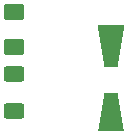
<source format=gbr>
%TF.GenerationSoftware,KiCad,Pcbnew,8.0.5*%
%TF.CreationDate,2024-10-20T11:11:32-05:00*%
%TF.ProjectId,Banana to USB-C Adapter v3,42616e61-6e61-4207-946f-205553422d43,2*%
%TF.SameCoordinates,Original*%
%TF.FileFunction,Paste,Bot*%
%TF.FilePolarity,Positive*%
%FSLAX46Y46*%
G04 Gerber Fmt 4.6, Leading zero omitted, Abs format (unit mm)*
G04 Created by KiCad (PCBNEW 8.0.5) date 2024-10-20 11:11:32*
%MOMM*%
%LPD*%
G01*
G04 APERTURE LIST*
G04 Aperture macros list*
%AMRoundRect*
0 Rectangle with rounded corners*
0 $1 Rounding radius*
0 $2 $3 $4 $5 $6 $7 $8 $9 X,Y pos of 4 corners*
0 Add a 4 corners polygon primitive as box body*
4,1,4,$2,$3,$4,$5,$6,$7,$8,$9,$2,$3,0*
0 Add four circle primitives for the rounded corners*
1,1,$1+$1,$2,$3*
1,1,$1+$1,$4,$5*
1,1,$1+$1,$6,$7*
1,1,$1+$1,$8,$9*
0 Add four rect primitives between the rounded corners*
20,1,$1+$1,$2,$3,$4,$5,0*
20,1,$1+$1,$4,$5,$6,$7,0*
20,1,$1+$1,$6,$7,$8,$9,0*
20,1,$1+$1,$8,$9,$2,$3,0*%
%AMOutline4P*
0 Free polygon, 4 corners , with rotation*
0 The origin of the aperture is its center*
0 number of corners: always 4*
0 $1 to $8 corner X, Y*
0 $9 Rotation angle, in degrees counterclockwise*
0 create outline with 4 corners*
4,1,4,$1,$2,$3,$4,$5,$6,$7,$8,$1,$2,$9*%
G04 Aperture macros list end*
%ADD10RoundRect,0.250000X0.625000X-0.400000X0.625000X0.400000X-0.625000X0.400000X-0.625000X-0.400000X0*%
%ADD11Outline4P,-1.800000X-1.150000X1.800000X-0.550000X1.800000X0.550000X-1.800000X1.150000X90.000000*%
%ADD12Outline4P,-1.800000X-1.150000X1.800000X-0.550000X1.800000X0.550000X-1.800000X1.150000X270.000000*%
%ADD13RoundRect,0.250001X-0.624999X0.462499X-0.624999X-0.462499X0.624999X-0.462499X0.624999X0.462499X0*%
G04 APERTURE END LIST*
D10*
%TO.C,R2*%
X146790000Y-103820000D03*
X146790000Y-100720000D03*
%TD*%
D11*
%TO.C,D3*%
X155067000Y-104119000D03*
D12*
X155067000Y-98319000D03*
%TD*%
D13*
%TO.C,D2*%
X146790000Y-95432500D03*
X146790000Y-98407500D03*
%TD*%
M02*

</source>
